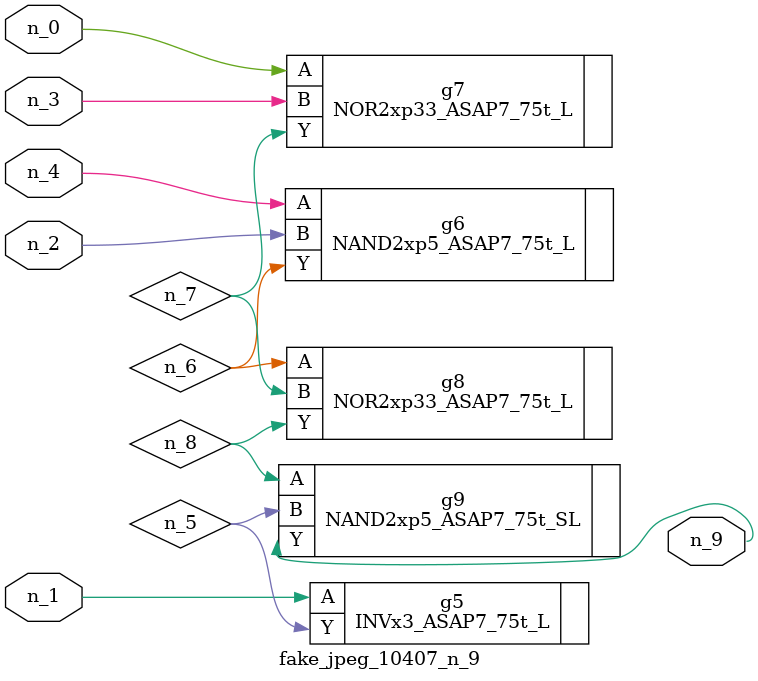
<source format=v>
module fake_jpeg_10407_n_9 (n_3, n_2, n_1, n_0, n_4, n_9);

input n_3;
input n_2;
input n_1;
input n_0;
input n_4;

output n_9;

wire n_8;
wire n_6;
wire n_5;
wire n_7;

INVx3_ASAP7_75t_L g5 ( 
.A(n_1),
.Y(n_5)
);

NAND2xp5_ASAP7_75t_L g6 ( 
.A(n_4),
.B(n_2),
.Y(n_6)
);

NOR2xp33_ASAP7_75t_L g7 ( 
.A(n_0),
.B(n_3),
.Y(n_7)
);

NOR2xp33_ASAP7_75t_L g8 ( 
.A(n_6),
.B(n_7),
.Y(n_8)
);

NAND2xp5_ASAP7_75t_SL g9 ( 
.A(n_8),
.B(n_5),
.Y(n_9)
);


endmodule
</source>
